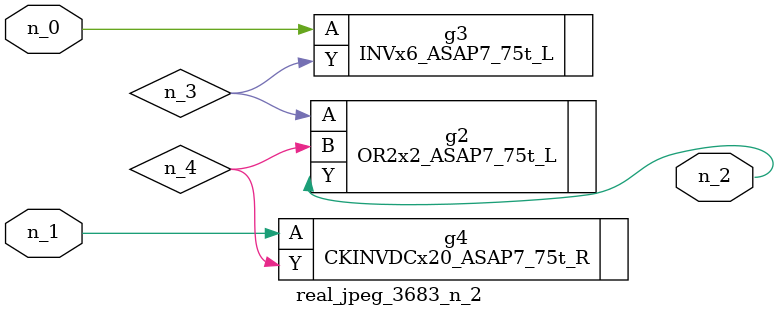
<source format=v>
module real_jpeg_3683_n_2 (n_1, n_0, n_2);

input n_1;
input n_0;

output n_2;

wire n_4;
wire n_3;

INVx6_ASAP7_75t_L g3 ( 
.A(n_0),
.Y(n_3)
);

CKINVDCx20_ASAP7_75t_R g4 ( 
.A(n_1),
.Y(n_4)
);

OR2x2_ASAP7_75t_L g2 ( 
.A(n_3),
.B(n_4),
.Y(n_2)
);


endmodule
</source>
